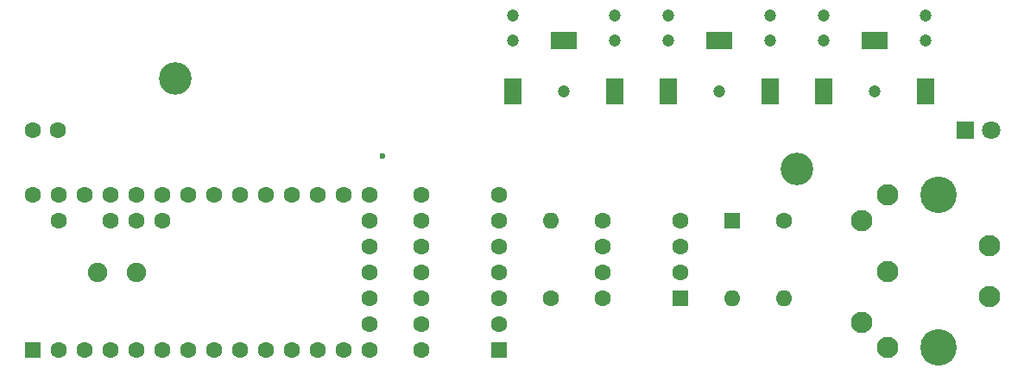
<source format=gbs>
%TF.GenerationSoftware,KiCad,Pcbnew,(5.1.8-0-10_14)*%
%TF.CreationDate,2020-12-14T15:32:48+01:00*%
%TF.ProjectId,FlexMAFD,466c6578-4d41-4464-942e-6b696361645f,rev?*%
%TF.SameCoordinates,Original*%
%TF.FileFunction,Soldermask,Bot*%
%TF.FilePolarity,Negative*%
%FSLAX46Y46*%
G04 Gerber Fmt 4.6, Leading zero omitted, Abs format (unit mm)*
G04 Created by KiCad (PCBNEW (5.1.8-0-10_14)) date 2020-12-14 15:32:48*
%MOMM*%
%LPD*%
G01*
G04 APERTURE LIST*
%ADD10C,1.600000*%
%ADD11R,1.800000X2.500000*%
%ADD12R,2.500000X1.800000*%
%ADD13C,1.200000*%
%ADD14R,1.600000X1.600000*%
%ADD15O,1.600000X1.600000*%
%ADD16R,1.800000X1.800000*%
%ADD17C,1.800000*%
%ADD18C,2.100000*%
%ADD19C,3.585000*%
%ADD20C,1.900000*%
%ADD21C,3.200000*%
%ADD22C,0.600000*%
G04 APERTURE END LIST*
D10*
%TO.C,C1*%
X29210000Y-59690000D03*
X31710000Y-59690000D03*
%TD*%
D11*
%TO.C,CON1*%
X86280000Y-55880000D03*
X76280000Y-55880000D03*
D12*
X81280000Y-50880000D03*
D13*
X81280000Y-55880000D03*
X86280000Y-50880000D03*
X86280000Y-48380000D03*
X76280000Y-50880000D03*
X76280000Y-48380000D03*
%TD*%
%TO.C,CON2*%
X91520000Y-48380000D03*
X91520000Y-50880000D03*
X101520000Y-48380000D03*
X101520000Y-50880000D03*
X96520000Y-55880000D03*
D12*
X96520000Y-50880000D03*
D11*
X91520000Y-55880000D03*
X101520000Y-55880000D03*
%TD*%
%TO.C,CON3*%
X116760000Y-55880000D03*
X106760000Y-55880000D03*
D12*
X111760000Y-50880000D03*
D13*
X111760000Y-55880000D03*
X116760000Y-50880000D03*
X116760000Y-48380000D03*
X106760000Y-50880000D03*
X106760000Y-48380000D03*
%TD*%
D14*
%TO.C,D1*%
X97790000Y-68580000D03*
D15*
X97790000Y-76200000D03*
%TD*%
D16*
%TO.C,D2*%
X120650000Y-59690000D03*
D17*
X123190000Y-59690000D03*
%TD*%
D18*
%TO.C,J1*%
X113030000Y-66040000D03*
X113030000Y-73545000D03*
X113030000Y-81050000D03*
X110540000Y-68540000D03*
X110540000Y-78550000D03*
X123040000Y-71045000D03*
X123040000Y-76045000D03*
D19*
X118040000Y-66040000D03*
X118040000Y-81050000D03*
%TD*%
D10*
%TO.C,R1*%
X102870000Y-68580000D03*
D15*
X102870000Y-76200000D03*
%TD*%
%TO.C,R2*%
X80010000Y-68580000D03*
D10*
X80010000Y-76200000D03*
%TD*%
D14*
%TO.C,U1*%
X92710000Y-76200000D03*
D10*
X92710000Y-73660000D03*
X92710000Y-71120000D03*
X92710000Y-68580000D03*
X85090000Y-68580000D03*
X85090000Y-71120000D03*
X85090000Y-73660000D03*
X85090000Y-76200000D03*
%TD*%
%TO.C,U2*%
X62230000Y-73660000D03*
X62230000Y-71120000D03*
X62230000Y-68580000D03*
X62230000Y-66040000D03*
X62230000Y-76200000D03*
X62230000Y-78740000D03*
X62230000Y-81280000D03*
X59690000Y-66040000D03*
X57150000Y-66040000D03*
X54610000Y-66040000D03*
X52070000Y-66040000D03*
X49530000Y-66040000D03*
X46990000Y-66040000D03*
X44450000Y-66040000D03*
X41910000Y-66040000D03*
X39370000Y-66040000D03*
X36830000Y-66040000D03*
X34290000Y-66040000D03*
X31750000Y-66040000D03*
X29210000Y-66040000D03*
X31750000Y-68580000D03*
X36830000Y-68580000D03*
X39370000Y-68580000D03*
X41910000Y-68580000D03*
X59690000Y-81280000D03*
X57150000Y-81280000D03*
X54610000Y-81280000D03*
X52070000Y-81280000D03*
X49530000Y-81280000D03*
X46990000Y-81280000D03*
X44450000Y-81280000D03*
X41910000Y-81280000D03*
X39370000Y-81280000D03*
X36830000Y-81280000D03*
X34290000Y-81280000D03*
X31750000Y-81280000D03*
D14*
X29210000Y-81280000D03*
D20*
X39370000Y-73660000D03*
X35560000Y-73660000D03*
%TD*%
D14*
%TO.C,U3*%
X74930000Y-81280000D03*
D10*
X74930000Y-78740000D03*
X74930000Y-76200000D03*
X74930000Y-73660000D03*
X74930000Y-71120000D03*
X74930000Y-68580000D03*
X74930000Y-66040000D03*
X67310000Y-66040000D03*
X67310000Y-68580000D03*
X67310000Y-71120000D03*
X67310000Y-73660000D03*
X67310000Y-76200000D03*
X67310000Y-78740000D03*
X67310000Y-81280000D03*
%TD*%
D21*
%TO.C,REF\u002A\u002A*%
X104140000Y-63500000D03*
%TD*%
%TO.C,REF\u002A\u002A*%
X43180000Y-54610000D03*
%TD*%
D22*
X63500000Y-62230000D03*
M02*

</source>
